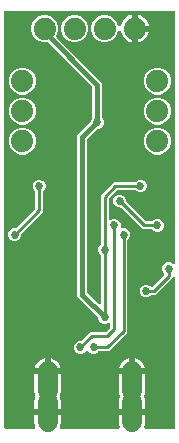
<source format=gbl>
G04 EAGLE Gerber RS-274X export*
G75*
%MOMM*%
%FSLAX34Y34*%
%LPD*%
%INBottom Copper*%
%IPPOS*%
%AMOC8*
5,1,8,0,0,1.08239X$1,22.5*%
G01*
%ADD10C,1.714500*%
%ADD11C,1.879600*%
%ADD12C,0.685800*%
%ADD13C,0.254000*%
%ADD14C,0.406400*%

G36*
X29026Y3832D02*
X29026Y3832D01*
X29174Y3850D01*
X29174Y3851D01*
X29175Y3851D01*
X29332Y3913D01*
X29470Y3967D01*
X29470Y3968D01*
X29589Y4054D01*
X29727Y4154D01*
X29728Y4154D01*
X29822Y4268D01*
X29930Y4399D01*
X29931Y4399D01*
X29984Y4512D01*
X30066Y4686D01*
X30066Y4687D01*
X30090Y4810D01*
X30126Y4999D01*
X30118Y5120D01*
X30106Y5316D01*
X30106Y5317D01*
X30106Y5318D01*
X30066Y5472D01*
X29610Y6875D01*
X29337Y8603D01*
X29337Y15511D01*
X39180Y15511D01*
X39298Y15526D01*
X39417Y15533D01*
X39455Y15546D01*
X39495Y15551D01*
X39606Y15594D01*
X39719Y15631D01*
X39753Y15653D01*
X39791Y15668D01*
X39887Y15738D01*
X39988Y15801D01*
X40016Y15831D01*
X40048Y15854D01*
X40124Y15946D01*
X40206Y16033D01*
X40225Y16068D01*
X40251Y16099D01*
X40302Y16207D01*
X40359Y16311D01*
X40370Y16351D01*
X40387Y16387D01*
X40409Y16504D01*
X40439Y16619D01*
X40443Y16680D01*
X40447Y16700D01*
X40445Y16720D01*
X40449Y16780D01*
X40449Y18051D01*
X40451Y18051D01*
X40451Y16780D01*
X40466Y16662D01*
X40473Y16543D01*
X40486Y16505D01*
X40491Y16464D01*
X40535Y16354D01*
X40571Y16241D01*
X40593Y16206D01*
X40608Y16169D01*
X40678Y16073D01*
X40741Y15972D01*
X40771Y15944D01*
X40795Y15911D01*
X40886Y15836D01*
X40973Y15754D01*
X41008Y15734D01*
X41040Y15709D01*
X41147Y15658D01*
X41252Y15600D01*
X41291Y15590D01*
X41327Y15573D01*
X41444Y15551D01*
X41559Y15521D01*
X41620Y15517D01*
X41640Y15513D01*
X41660Y15515D01*
X41720Y15511D01*
X51563Y15511D01*
X51563Y8603D01*
X51290Y6875D01*
X50834Y5472D01*
X50797Y5281D01*
X50774Y5160D01*
X50785Y4985D01*
X50794Y4843D01*
X50794Y4842D01*
X50846Y4683D01*
X50892Y4541D01*
X50892Y4540D01*
X50981Y4399D01*
X51062Y4272D01*
X51063Y4271D01*
X51159Y4181D01*
X51294Y4054D01*
X51424Y3982D01*
X51572Y3900D01*
X51573Y3900D01*
X51739Y3857D01*
X51880Y3821D01*
X51881Y3821D01*
X51882Y3821D01*
X52041Y3811D01*
X100359Y3811D01*
X100526Y3832D01*
X100674Y3850D01*
X100674Y3851D01*
X100675Y3851D01*
X100832Y3913D01*
X100970Y3967D01*
X100970Y3968D01*
X101089Y4054D01*
X101227Y4154D01*
X101228Y4154D01*
X101322Y4268D01*
X101430Y4399D01*
X101431Y4399D01*
X101484Y4512D01*
X101566Y4686D01*
X101566Y4687D01*
X101590Y4810D01*
X101626Y4999D01*
X101618Y5120D01*
X101606Y5316D01*
X101606Y5317D01*
X101606Y5318D01*
X101566Y5472D01*
X101110Y6875D01*
X100837Y8603D01*
X100837Y15511D01*
X110680Y15511D01*
X110798Y15526D01*
X110917Y15533D01*
X110955Y15546D01*
X110995Y15551D01*
X111106Y15594D01*
X111219Y15631D01*
X111253Y15653D01*
X111291Y15668D01*
X111387Y15738D01*
X111488Y15801D01*
X111516Y15831D01*
X111548Y15854D01*
X111624Y15946D01*
X111706Y16033D01*
X111725Y16068D01*
X111751Y16099D01*
X111802Y16207D01*
X111859Y16311D01*
X111870Y16351D01*
X111887Y16387D01*
X111909Y16504D01*
X111939Y16619D01*
X111943Y16680D01*
X111947Y16700D01*
X111945Y16720D01*
X111949Y16780D01*
X111949Y18051D01*
X111951Y18051D01*
X111951Y16780D01*
X111966Y16662D01*
X111973Y16543D01*
X111986Y16505D01*
X111991Y16464D01*
X112035Y16354D01*
X112071Y16241D01*
X112093Y16206D01*
X112108Y16169D01*
X112178Y16073D01*
X112241Y15972D01*
X112271Y15944D01*
X112295Y15911D01*
X112386Y15836D01*
X112473Y15754D01*
X112508Y15734D01*
X112540Y15709D01*
X112647Y15658D01*
X112752Y15600D01*
X112791Y15590D01*
X112827Y15573D01*
X112944Y15551D01*
X113059Y15521D01*
X113120Y15517D01*
X113140Y15513D01*
X113160Y15515D01*
X113220Y15511D01*
X123063Y15511D01*
X123063Y8603D01*
X122790Y6875D01*
X122334Y5472D01*
X122297Y5281D01*
X122274Y5160D01*
X122285Y4985D01*
X122294Y4843D01*
X122294Y4842D01*
X122346Y4683D01*
X122392Y4541D01*
X122392Y4540D01*
X122481Y4399D01*
X122562Y4272D01*
X122563Y4271D01*
X122659Y4181D01*
X122794Y4054D01*
X122924Y3982D01*
X123072Y3900D01*
X123073Y3900D01*
X123239Y3857D01*
X123380Y3821D01*
X123381Y3821D01*
X123382Y3821D01*
X123541Y3811D01*
X147320Y3811D01*
X147438Y3826D01*
X147557Y3833D01*
X147595Y3846D01*
X147636Y3851D01*
X147746Y3894D01*
X147859Y3931D01*
X147894Y3953D01*
X147931Y3968D01*
X148027Y4037D01*
X148128Y4101D01*
X148156Y4131D01*
X148189Y4154D01*
X148265Y4246D01*
X148346Y4333D01*
X148366Y4368D01*
X148391Y4399D01*
X148442Y4507D01*
X148500Y4611D01*
X148510Y4651D01*
X148527Y4687D01*
X148549Y4804D01*
X148579Y4919D01*
X148583Y4979D01*
X148587Y4999D01*
X148585Y5020D01*
X148589Y5080D01*
X148589Y131329D01*
X148572Y131467D01*
X148559Y131606D01*
X148552Y131625D01*
X148549Y131645D01*
X148498Y131774D01*
X148451Y131905D01*
X148440Y131922D01*
X148432Y131940D01*
X148351Y132053D01*
X148273Y132168D01*
X148257Y132181D01*
X148246Y132198D01*
X148138Y132287D01*
X148034Y132379D01*
X148016Y132388D01*
X148001Y132401D01*
X147875Y132460D01*
X147751Y132523D01*
X147731Y132528D01*
X147713Y132536D01*
X147577Y132562D01*
X147441Y132593D01*
X147420Y132592D01*
X147401Y132596D01*
X147262Y132587D01*
X147123Y132583D01*
X147103Y132577D01*
X147083Y132576D01*
X146951Y132533D01*
X146817Y132495D01*
X146800Y132484D01*
X146781Y132478D01*
X146663Y132404D01*
X146543Y132333D01*
X146522Y132315D01*
X146512Y132308D01*
X146498Y132293D01*
X146423Y132227D01*
X143871Y129676D01*
X131543Y117347D01*
X128772Y117347D01*
X128674Y117335D01*
X128575Y117332D01*
X128517Y117315D01*
X128457Y117307D01*
X128364Y117271D01*
X128269Y117243D01*
X128217Y117213D01*
X128161Y117190D01*
X128081Y117132D01*
X127995Y117082D01*
X127920Y117016D01*
X127904Y117004D01*
X127896Y116994D01*
X127875Y116976D01*
X126919Y116020D01*
X124911Y115188D01*
X122739Y115188D01*
X120731Y116020D01*
X119195Y117556D01*
X118363Y119564D01*
X118363Y121736D01*
X119195Y123744D01*
X120731Y125280D01*
X122739Y126112D01*
X124911Y126112D01*
X126919Y125280D01*
X127629Y124570D01*
X127723Y124497D01*
X127812Y124418D01*
X127848Y124400D01*
X127880Y124375D01*
X127990Y124328D01*
X128096Y124274D01*
X128135Y124265D01*
X128172Y124249D01*
X128290Y124230D01*
X128406Y124204D01*
X128446Y124205D01*
X128486Y124199D01*
X128605Y124210D01*
X128724Y124214D01*
X128763Y124225D01*
X128803Y124229D01*
X128915Y124269D01*
X129029Y124302D01*
X129064Y124322D01*
X129102Y124336D01*
X129201Y124403D01*
X129303Y124463D01*
X129349Y124503D01*
X129365Y124515D01*
X129379Y124530D01*
X129424Y124570D01*
X138955Y134101D01*
X139028Y134195D01*
X139107Y134284D01*
X139125Y134320D01*
X139150Y134352D01*
X139197Y134462D01*
X139251Y134567D01*
X139260Y134607D01*
X139276Y134644D01*
X139295Y134762D01*
X139321Y134878D01*
X139320Y134918D01*
X139326Y134958D01*
X139315Y135077D01*
X139311Y135196D01*
X139300Y135234D01*
X139296Y135275D01*
X139256Y135387D01*
X139223Y135501D01*
X139203Y135536D01*
X139189Y135574D01*
X139122Y135672D01*
X139061Y135775D01*
X139022Y135820D01*
X139010Y135837D01*
X138995Y135851D01*
X138955Y135896D01*
X138245Y136606D01*
X137413Y138614D01*
X137413Y140786D01*
X138245Y142794D01*
X139781Y144330D01*
X141789Y145162D01*
X143961Y145162D01*
X145969Y144330D01*
X146422Y143877D01*
X146532Y143791D01*
X146639Y143703D01*
X146658Y143694D01*
X146674Y143682D01*
X146802Y143626D01*
X146927Y143567D01*
X146947Y143563D01*
X146966Y143555D01*
X147104Y143533D01*
X147240Y143507D01*
X147260Y143509D01*
X147280Y143505D01*
X147419Y143518D01*
X147557Y143527D01*
X147576Y143533D01*
X147596Y143535D01*
X147727Y143582D01*
X147859Y143625D01*
X147877Y143636D01*
X147896Y143643D01*
X148010Y143721D01*
X148128Y143795D01*
X148142Y143810D01*
X148159Y143821D01*
X148251Y143925D01*
X148346Y144027D01*
X148356Y144045D01*
X148369Y144060D01*
X148432Y144184D01*
X148500Y144305D01*
X148505Y144325D01*
X148514Y144343D01*
X148544Y144479D01*
X148579Y144613D01*
X148581Y144641D01*
X148584Y144653D01*
X148583Y144674D01*
X148589Y144774D01*
X148589Y356870D01*
X148574Y356988D01*
X148567Y357107D01*
X148554Y357145D01*
X148549Y357186D01*
X148506Y357296D01*
X148469Y357409D01*
X148447Y357444D01*
X148432Y357481D01*
X148363Y357577D01*
X148299Y357678D01*
X148269Y357706D01*
X148246Y357739D01*
X148154Y357815D01*
X148067Y357896D01*
X148032Y357916D01*
X148001Y357941D01*
X147893Y357992D01*
X147789Y358050D01*
X147749Y358060D01*
X147713Y358077D01*
X147596Y358099D01*
X147481Y358129D01*
X147421Y358133D01*
X147401Y358137D01*
X147380Y358135D01*
X147320Y358139D01*
X5080Y358139D01*
X4962Y358124D01*
X4843Y358117D01*
X4805Y358104D01*
X4764Y358099D01*
X4654Y358056D01*
X4541Y358019D01*
X4506Y357997D01*
X4469Y357982D01*
X4373Y357913D01*
X4272Y357849D01*
X4244Y357819D01*
X4211Y357796D01*
X4135Y357704D01*
X4054Y357617D01*
X4034Y357582D01*
X4009Y357551D01*
X3958Y357443D01*
X3900Y357339D01*
X3890Y357299D01*
X3873Y357263D01*
X3851Y357146D01*
X3821Y357031D01*
X3817Y356971D01*
X3813Y356951D01*
X3815Y356930D01*
X3811Y356870D01*
X3811Y5080D01*
X3826Y4962D01*
X3833Y4843D01*
X3846Y4805D01*
X3851Y4764D01*
X3894Y4654D01*
X3931Y4541D01*
X3953Y4506D01*
X3968Y4469D01*
X4037Y4373D01*
X4101Y4272D01*
X4131Y4244D01*
X4154Y4211D01*
X4246Y4135D01*
X4333Y4054D01*
X4368Y4034D01*
X4399Y4009D01*
X4507Y3958D01*
X4611Y3900D01*
X4651Y3890D01*
X4687Y3873D01*
X4804Y3851D01*
X4919Y3821D01*
X4979Y3817D01*
X4999Y3813D01*
X5020Y3815D01*
X5080Y3811D01*
X28859Y3811D01*
X29026Y3832D01*
G37*
%LPC*%
G36*
X67176Y67563D02*
X67176Y67563D01*
X65169Y68395D01*
X63632Y69931D01*
X62801Y71939D01*
X62801Y74111D01*
X63632Y76119D01*
X65169Y77655D01*
X67176Y78487D01*
X68528Y78487D01*
X68626Y78499D01*
X68725Y78502D01*
X68783Y78519D01*
X68843Y78527D01*
X68935Y78563D01*
X69030Y78591D01*
X69083Y78621D01*
X69139Y78644D01*
X69219Y78702D01*
X69304Y78752D01*
X69380Y78818D01*
X69396Y78830D01*
X69404Y78840D01*
X69425Y78858D01*
X76419Y85853D01*
X89220Y85853D01*
X89318Y85865D01*
X89417Y85868D01*
X89475Y85885D01*
X89535Y85893D01*
X89628Y85929D01*
X89723Y85957D01*
X89775Y85987D01*
X89831Y86010D01*
X89911Y86068D01*
X89997Y86118D01*
X90072Y86184D01*
X90088Y86196D01*
X90096Y86206D01*
X90117Y86224D01*
X93163Y89270D01*
X93224Y89348D01*
X93292Y89420D01*
X93321Y89473D01*
X93358Y89521D01*
X93397Y89612D01*
X93445Y89699D01*
X93460Y89758D01*
X93484Y89813D01*
X93500Y89911D01*
X93525Y90007D01*
X93531Y90107D01*
X93534Y90127D01*
X93533Y90140D01*
X93535Y90168D01*
X93535Y92533D01*
X93529Y92583D01*
X93531Y92632D01*
X93509Y92740D01*
X93495Y92849D01*
X93477Y92895D01*
X93467Y92944D01*
X93418Y93043D01*
X93378Y93145D01*
X93349Y93185D01*
X93327Y93230D01*
X93256Y93313D01*
X93191Y93402D01*
X93153Y93434D01*
X93121Y93472D01*
X93031Y93535D01*
X92946Y93605D01*
X92901Y93626D01*
X92860Y93655D01*
X92758Y93694D01*
X92658Y93740D01*
X92610Y93750D01*
X92563Y93767D01*
X92454Y93780D01*
X92346Y93800D01*
X92297Y93797D01*
X92247Y93803D01*
X92138Y93787D01*
X92029Y93780D01*
X91981Y93765D01*
X91932Y93758D01*
X91780Y93706D01*
X89986Y92963D01*
X87814Y92963D01*
X85806Y93795D01*
X84270Y95331D01*
X83438Y97339D01*
X83438Y97613D01*
X83426Y97711D01*
X83423Y97810D01*
X83406Y97868D01*
X83398Y97928D01*
X83362Y98020D01*
X83334Y98115D01*
X83304Y98167D01*
X83281Y98224D01*
X83223Y98304D01*
X83173Y98389D01*
X83107Y98465D01*
X83095Y98481D01*
X83085Y98489D01*
X83067Y98510D01*
X65785Y115791D01*
X65785Y252509D01*
X76717Y263440D01*
X76777Y263518D01*
X76845Y263590D01*
X76874Y263643D01*
X76911Y263691D01*
X76951Y263782D01*
X76999Y263869D01*
X77014Y263927D01*
X77038Y263983D01*
X77053Y264081D01*
X77078Y264177D01*
X77084Y264277D01*
X77088Y264297D01*
X77086Y264309D01*
X77088Y264337D01*
X77088Y264611D01*
X77920Y266619D01*
X78114Y266813D01*
X78174Y266891D01*
X78242Y266963D01*
X78271Y267016D01*
X78308Y267064D01*
X78348Y267155D01*
X78396Y267241D01*
X78411Y267300D01*
X78435Y267356D01*
X78450Y267454D01*
X78475Y267549D01*
X78481Y267649D01*
X78485Y267670D01*
X78483Y267682D01*
X78485Y267710D01*
X78485Y292875D01*
X78473Y292973D01*
X78470Y293072D01*
X78453Y293131D01*
X78445Y293191D01*
X78409Y293283D01*
X78381Y293378D01*
X78351Y293430D01*
X78328Y293486D01*
X78270Y293566D01*
X78220Y293652D01*
X78154Y293727D01*
X78142Y293744D01*
X78132Y293751D01*
X78114Y293773D01*
X40789Y331098D01*
X40710Y331158D01*
X40638Y331226D01*
X40585Y331255D01*
X40537Y331292D01*
X40446Y331332D01*
X40360Y331380D01*
X40301Y331395D01*
X40245Y331419D01*
X40147Y331434D01*
X40052Y331459D01*
X39952Y331465D01*
X39931Y331469D01*
X39919Y331467D01*
X39891Y331469D01*
X35826Y331469D01*
X31625Y333209D01*
X28409Y336425D01*
X26669Y340626D01*
X26669Y345174D01*
X28409Y349375D01*
X31625Y352591D01*
X35826Y354331D01*
X40374Y354331D01*
X44575Y352591D01*
X47791Y349375D01*
X49531Y345174D01*
X49531Y340626D01*
X47871Y336620D01*
X47863Y336591D01*
X47850Y336565D01*
X47821Y336438D01*
X47787Y336313D01*
X47787Y336284D01*
X47780Y336255D01*
X47784Y336125D01*
X47782Y335995D01*
X47789Y335966D01*
X47790Y335937D01*
X47826Y335812D01*
X47856Y335686D01*
X47870Y335660D01*
X47878Y335631D01*
X47944Y335520D01*
X48005Y335405D01*
X48025Y335383D01*
X48040Y335357D01*
X48146Y335237D01*
X83862Y299521D01*
X86615Y296768D01*
X86615Y267710D01*
X86627Y267612D01*
X86630Y267513D01*
X86647Y267455D01*
X86655Y267395D01*
X86691Y267302D01*
X86719Y267207D01*
X86749Y267155D01*
X86772Y267099D01*
X86830Y267019D01*
X86880Y266933D01*
X86946Y266858D01*
X86958Y266842D01*
X86968Y266834D01*
X86986Y266813D01*
X87180Y266619D01*
X88012Y264611D01*
X88012Y262439D01*
X87180Y260431D01*
X85644Y258895D01*
X83636Y258063D01*
X83362Y258063D01*
X83264Y258051D01*
X83165Y258048D01*
X83107Y258031D01*
X83047Y258023D01*
X82955Y257987D01*
X82860Y257959D01*
X82808Y257929D01*
X82751Y257906D01*
X82671Y257848D01*
X82586Y257798D01*
X82510Y257732D01*
X82494Y257720D01*
X82486Y257710D01*
X82465Y257692D01*
X74286Y249513D01*
X74226Y249435D01*
X74158Y249363D01*
X74129Y249310D01*
X74092Y249262D01*
X74052Y249171D01*
X74004Y249084D01*
X73989Y249026D01*
X73965Y248970D01*
X73950Y248872D01*
X73925Y248776D01*
X73919Y248676D01*
X73915Y248656D01*
X73917Y248644D01*
X73915Y248616D01*
X73915Y119684D01*
X73927Y119586D01*
X73930Y119487D01*
X73947Y119429D01*
X73955Y119369D01*
X73991Y119277D01*
X74019Y119182D01*
X74049Y119130D01*
X74072Y119073D01*
X74130Y118993D01*
X74180Y118908D01*
X74246Y118832D01*
X74258Y118816D01*
X74268Y118808D01*
X74286Y118787D01*
X83431Y109643D01*
X83540Y109558D01*
X83647Y109469D01*
X83666Y109460D01*
X83682Y109448D01*
X83810Y109392D01*
X83935Y109333D01*
X83955Y109330D01*
X83974Y109322D01*
X84112Y109300D01*
X84248Y109274D01*
X84268Y109275D01*
X84288Y109272D01*
X84427Y109285D01*
X84565Y109293D01*
X84584Y109300D01*
X84604Y109302D01*
X84736Y109349D01*
X84867Y109391D01*
X84885Y109402D01*
X84904Y109409D01*
X85019Y109487D01*
X85136Y109562D01*
X85150Y109576D01*
X85167Y109588D01*
X85259Y109692D01*
X85354Y109793D01*
X85364Y109811D01*
X85377Y109826D01*
X85441Y109950D01*
X85508Y110072D01*
X85513Y110091D01*
X85522Y110109D01*
X85552Y110245D01*
X85587Y110380D01*
X85589Y110408D01*
X85592Y110420D01*
X85591Y110440D01*
X85597Y110540D01*
X85597Y150628D01*
X85585Y150726D01*
X85582Y150825D01*
X85565Y150883D01*
X85557Y150943D01*
X85521Y151036D01*
X85493Y151131D01*
X85463Y151183D01*
X85440Y151239D01*
X85382Y151319D01*
X85332Y151405D01*
X85266Y151480D01*
X85254Y151496D01*
X85244Y151504D01*
X85226Y151525D01*
X84270Y152481D01*
X83438Y154489D01*
X83438Y156661D01*
X84270Y158669D01*
X85226Y159625D01*
X85286Y159703D01*
X85354Y159775D01*
X85383Y159828D01*
X85420Y159876D01*
X85460Y159967D01*
X85508Y160053D01*
X85523Y160112D01*
X85547Y160168D01*
X85562Y160266D01*
X85587Y160361D01*
X85593Y160461D01*
X85597Y160482D01*
X85595Y160494D01*
X85597Y160522D01*
X85597Y201938D01*
X96512Y212853D01*
X114115Y212853D01*
X114214Y212865D01*
X114313Y212868D01*
X114371Y212885D01*
X114431Y212893D01*
X114523Y212929D01*
X114618Y212957D01*
X114670Y212987D01*
X114727Y213010D01*
X114807Y213068D01*
X114892Y213118D01*
X114967Y213184D01*
X114984Y213196D01*
X114992Y213206D01*
X115013Y213225D01*
X115969Y214180D01*
X117976Y215012D01*
X120149Y215012D01*
X122156Y214180D01*
X123693Y212644D01*
X124524Y210636D01*
X124524Y208464D01*
X123693Y206456D01*
X122156Y204920D01*
X120149Y204088D01*
X117976Y204088D01*
X115969Y204920D01*
X115013Y205875D01*
X114935Y205936D01*
X114863Y206004D01*
X114809Y206033D01*
X114762Y206070D01*
X114671Y206110D01*
X114584Y206158D01*
X114525Y206173D01*
X114470Y206197D01*
X114372Y206212D01*
X114276Y206237D01*
X114176Y206243D01*
X114156Y206247D01*
X114143Y206245D01*
X114115Y206247D01*
X99774Y206247D01*
X99676Y206235D01*
X99577Y206232D01*
X99519Y206215D01*
X99459Y206207D01*
X99366Y206171D01*
X99271Y206143D01*
X99219Y206113D01*
X99163Y206090D01*
X99083Y206032D01*
X98997Y205982D01*
X98922Y205916D01*
X98905Y205904D01*
X98898Y205894D01*
X98877Y205876D01*
X92574Y199573D01*
X92514Y199495D01*
X92446Y199423D01*
X92417Y199370D01*
X92380Y199322D01*
X92340Y199231D01*
X92292Y199145D01*
X92277Y199086D01*
X92253Y199030D01*
X92238Y198932D01*
X92213Y198837D01*
X92207Y198737D01*
X92203Y198716D01*
X92205Y198704D01*
X92203Y198676D01*
X92203Y182104D01*
X92209Y182055D01*
X92207Y182005D01*
X92229Y181898D01*
X92243Y181788D01*
X92261Y181742D01*
X92271Y181694D01*
X92319Y181595D01*
X92360Y181493D01*
X92389Y181453D01*
X92411Y181408D01*
X92482Y181324D01*
X92546Y181235D01*
X92585Y181204D01*
X92617Y181166D01*
X92707Y181103D01*
X92791Y181033D01*
X92836Y181011D01*
X92877Y180983D01*
X92980Y180944D01*
X93079Y180897D01*
X93128Y180888D01*
X93174Y180870D01*
X93284Y180858D01*
X93391Y180837D01*
X93441Y180840D01*
X93490Y180835D01*
X93599Y180850D01*
X93709Y180857D01*
X93756Y180872D01*
X93805Y180879D01*
X93958Y180931D01*
X95751Y181674D01*
X97924Y181674D01*
X99931Y180843D01*
X101468Y179306D01*
X102299Y177299D01*
X102299Y175006D01*
X102314Y174888D01*
X102322Y174769D01*
X102334Y174731D01*
X102339Y174690D01*
X102383Y174580D01*
X102420Y174467D01*
X102441Y174432D01*
X102456Y174395D01*
X102526Y174299D01*
X102590Y174198D01*
X102619Y174170D01*
X102643Y174137D01*
X102735Y174061D01*
X102821Y173980D01*
X102857Y173960D01*
X102888Y173935D01*
X102996Y173884D01*
X103100Y173826D01*
X103139Y173816D01*
X103176Y173799D01*
X103292Y173777D01*
X103408Y173747D01*
X103468Y173743D01*
X103488Y173739D01*
X103508Y173741D01*
X103568Y173737D01*
X105861Y173737D01*
X107869Y172905D01*
X109405Y171369D01*
X110237Y169361D01*
X110237Y167189D01*
X109405Y165181D01*
X108449Y164225D01*
X108389Y164147D01*
X108321Y164075D01*
X108292Y164022D01*
X108255Y163974D01*
X108215Y163883D01*
X108167Y163797D01*
X108152Y163738D01*
X108128Y163682D01*
X108113Y163584D01*
X108088Y163489D01*
X108082Y163389D01*
X108078Y163368D01*
X108080Y163356D01*
X108078Y163328D01*
X108078Y85313D01*
X92487Y69722D01*
X84322Y69722D01*
X84224Y69710D01*
X84125Y69707D01*
X84067Y69690D01*
X84007Y69682D01*
X83914Y69646D01*
X83819Y69618D01*
X83767Y69588D01*
X83711Y69565D01*
X83631Y69507D01*
X83545Y69457D01*
X83470Y69391D01*
X83454Y69379D01*
X83446Y69369D01*
X83425Y69351D01*
X82469Y68395D01*
X80461Y67563D01*
X78289Y67563D01*
X76281Y68395D01*
X74716Y69960D01*
X74622Y70033D01*
X74533Y70111D01*
X74497Y70130D01*
X74465Y70155D01*
X74356Y70202D01*
X74250Y70256D01*
X74210Y70265D01*
X74173Y70281D01*
X74055Y70300D01*
X73939Y70326D01*
X73899Y70324D01*
X73859Y70331D01*
X73740Y70320D01*
X73622Y70316D01*
X73583Y70305D01*
X73542Y70301D01*
X73430Y70261D01*
X73316Y70228D01*
X73281Y70207D01*
X73243Y70193D01*
X73145Y70127D01*
X73042Y70066D01*
X72997Y70026D01*
X72980Y70015D01*
X72967Y70000D01*
X72921Y69960D01*
X71356Y68395D01*
X69349Y67563D01*
X67176Y67563D01*
G37*
%LPD*%
%LPC*%
G36*
X111504Y331255D02*
X111504Y331255D01*
X109717Y331836D01*
X108043Y332689D01*
X106522Y333794D01*
X105194Y335122D01*
X104089Y336643D01*
X103236Y338317D01*
X102646Y340134D01*
X102620Y340220D01*
X102590Y340346D01*
X102576Y340373D01*
X102568Y340402D01*
X102502Y340513D01*
X102442Y340627D01*
X102421Y340650D01*
X102406Y340676D01*
X102315Y340767D01*
X102228Y340863D01*
X102203Y340879D01*
X102181Y340901D01*
X102070Y340966D01*
X101962Y341037D01*
X101933Y341047D01*
X101908Y341063D01*
X101784Y341099D01*
X101661Y341141D01*
X101631Y341143D01*
X101602Y341151D01*
X101473Y341156D01*
X101344Y341166D01*
X101314Y341161D01*
X101284Y341162D01*
X101158Y341134D01*
X101031Y341111D01*
X101003Y341099D01*
X100974Y341092D01*
X100859Y341034D01*
X100741Y340981D01*
X100717Y340962D01*
X100690Y340948D01*
X100593Y340863D01*
X100492Y340782D01*
X100474Y340758D01*
X100452Y340738D01*
X100379Y340631D01*
X100301Y340528D01*
X100282Y340489D01*
X100273Y340475D01*
X100265Y340455D01*
X100230Y340384D01*
X98591Y336425D01*
X95375Y333209D01*
X91174Y331469D01*
X86626Y331469D01*
X82425Y333209D01*
X79209Y336425D01*
X77469Y340626D01*
X77469Y345174D01*
X79209Y349375D01*
X82425Y352591D01*
X86626Y354331D01*
X91174Y354331D01*
X95375Y352591D01*
X98591Y349375D01*
X100230Y345416D01*
X100294Y345304D01*
X100353Y345189D01*
X100373Y345166D01*
X100388Y345140D01*
X100478Y345047D01*
X100563Y344950D01*
X100588Y344933D01*
X100609Y344912D01*
X100719Y344844D01*
X100826Y344771D01*
X100854Y344761D01*
X100880Y344745D01*
X101004Y344707D01*
X101125Y344664D01*
X101155Y344661D01*
X101184Y344652D01*
X101313Y344646D01*
X101442Y344633D01*
X101472Y344638D01*
X101502Y344637D01*
X101628Y344663D01*
X101756Y344683D01*
X101784Y344695D01*
X101813Y344701D01*
X101929Y344758D01*
X102048Y344809D01*
X102072Y344827D01*
X102099Y344841D01*
X102197Y344925D01*
X102299Y345004D01*
X102318Y345027D01*
X102341Y345047D01*
X102415Y345153D01*
X102495Y345255D01*
X102507Y345282D01*
X102524Y345307D01*
X102570Y345428D01*
X102621Y345547D01*
X102631Y345589D01*
X102637Y345604D01*
X102639Y345626D01*
X102654Y345691D01*
X103236Y347483D01*
X104089Y349157D01*
X105194Y350678D01*
X106522Y352006D01*
X108043Y353111D01*
X109717Y353964D01*
X111504Y354545D01*
X111761Y354585D01*
X111761Y344170D01*
X111776Y344052D01*
X111783Y343933D01*
X111796Y343895D01*
X111801Y343855D01*
X111844Y343744D01*
X111881Y343631D01*
X111903Y343597D01*
X111918Y343559D01*
X111988Y343463D01*
X112051Y343362D01*
X112081Y343334D01*
X112104Y343302D01*
X112196Y343226D01*
X112283Y343144D01*
X112318Y343125D01*
X112349Y343099D01*
X112457Y343048D01*
X112561Y342991D01*
X112601Y342980D01*
X112637Y342963D01*
X112754Y342941D01*
X112869Y342911D01*
X112930Y342907D01*
X112950Y342903D01*
X112970Y342905D01*
X113030Y342901D01*
X114301Y342901D01*
X114301Y342899D01*
X113030Y342899D01*
X112912Y342884D01*
X112793Y342877D01*
X112755Y342864D01*
X112714Y342859D01*
X112604Y342815D01*
X112491Y342779D01*
X112456Y342757D01*
X112419Y342742D01*
X112323Y342672D01*
X112222Y342609D01*
X112194Y342579D01*
X112161Y342555D01*
X112086Y342464D01*
X112004Y342377D01*
X111984Y342342D01*
X111959Y342310D01*
X111908Y342203D01*
X111850Y342098D01*
X111840Y342059D01*
X111823Y342023D01*
X111801Y341906D01*
X111771Y341791D01*
X111767Y341730D01*
X111763Y341710D01*
X111765Y341690D01*
X111761Y341630D01*
X111761Y331215D01*
X111504Y331255D01*
G37*
%LPD*%
%LPC*%
G36*
X11614Y162813D02*
X11614Y162813D01*
X9606Y163645D01*
X8070Y165181D01*
X7238Y167189D01*
X7238Y169361D01*
X8070Y171369D01*
X9606Y172905D01*
X11614Y173737D01*
X12965Y173737D01*
X13063Y173749D01*
X13162Y173752D01*
X13221Y173769D01*
X13281Y173777D01*
X13373Y173813D01*
X13468Y173841D01*
X13520Y173871D01*
X13576Y173894D01*
X13656Y173952D01*
X13742Y174002D01*
X13817Y174068D01*
X13834Y174080D01*
X13842Y174090D01*
X13863Y174108D01*
X29663Y189909D01*
X29724Y189987D01*
X29792Y190059D01*
X29821Y190112D01*
X29858Y190160D01*
X29897Y190251D01*
X29945Y190338D01*
X29960Y190396D01*
X29984Y190452D01*
X30000Y190550D01*
X30025Y190646D01*
X30031Y190746D01*
X30034Y190766D01*
X30033Y190778D01*
X30035Y190806D01*
X30035Y204603D01*
X30022Y204701D01*
X30019Y204800D01*
X30003Y204858D01*
X29995Y204918D01*
X29959Y205010D01*
X29931Y205106D01*
X29900Y205158D01*
X29878Y205214D01*
X29820Y205294D01*
X29769Y205380D01*
X29703Y205455D01*
X29691Y205472D01*
X29682Y205479D01*
X29663Y205500D01*
X28707Y206456D01*
X27876Y208464D01*
X27876Y210636D01*
X28707Y212644D01*
X30244Y214180D01*
X32251Y215012D01*
X34424Y215012D01*
X36431Y214180D01*
X37968Y212644D01*
X38799Y210636D01*
X38799Y208464D01*
X37968Y206456D01*
X37012Y205500D01*
X36951Y205422D01*
X36883Y205350D01*
X36854Y205297D01*
X36817Y205249D01*
X36778Y205158D01*
X36730Y205072D01*
X36715Y205013D01*
X36691Y204957D01*
X36675Y204859D01*
X36650Y204764D01*
X36644Y204664D01*
X36641Y204643D01*
X36642Y204631D01*
X36640Y204603D01*
X36640Y187544D01*
X18533Y169438D01*
X18473Y169359D01*
X18405Y169287D01*
X18376Y169234D01*
X18339Y169186D01*
X18299Y169095D01*
X18251Y169009D01*
X18236Y168950D01*
X18212Y168895D01*
X18197Y168797D01*
X18172Y168701D01*
X18166Y168601D01*
X18162Y168580D01*
X18164Y168568D01*
X18162Y168540D01*
X18162Y167189D01*
X17330Y165181D01*
X15794Y163645D01*
X13786Y162813D01*
X11614Y162813D01*
G37*
%LPD*%
%LPC*%
G36*
X61226Y331469D02*
X61226Y331469D01*
X57025Y333209D01*
X53809Y336425D01*
X52069Y340626D01*
X52069Y345174D01*
X53809Y349375D01*
X57025Y352591D01*
X61226Y354331D01*
X65774Y354331D01*
X69975Y352591D01*
X73191Y349375D01*
X74931Y345174D01*
X74931Y340626D01*
X73191Y336425D01*
X69975Y333209D01*
X65774Y331469D01*
X61226Y331469D01*
G37*
%LPD*%
%LPC*%
G36*
X16776Y287019D02*
X16776Y287019D01*
X12575Y288759D01*
X9359Y291975D01*
X7619Y296176D01*
X7619Y300724D01*
X9359Y304925D01*
X12575Y308141D01*
X16776Y309881D01*
X21324Y309881D01*
X25525Y308141D01*
X28741Y304925D01*
X30481Y300724D01*
X30481Y296176D01*
X28741Y291975D01*
X25525Y288759D01*
X21324Y287019D01*
X16776Y287019D01*
G37*
%LPD*%
%LPC*%
G36*
X131076Y287019D02*
X131076Y287019D01*
X126875Y288759D01*
X123659Y291975D01*
X121919Y296176D01*
X121919Y300724D01*
X123659Y304925D01*
X126875Y308141D01*
X131076Y309881D01*
X135624Y309881D01*
X139825Y308141D01*
X143041Y304925D01*
X144781Y300724D01*
X144781Y296176D01*
X143041Y291975D01*
X139825Y288759D01*
X135624Y287019D01*
X131076Y287019D01*
G37*
%LPD*%
%LPC*%
G36*
X131076Y261619D02*
X131076Y261619D01*
X126875Y263359D01*
X123659Y266575D01*
X121919Y270776D01*
X121919Y275324D01*
X123659Y279525D01*
X126875Y282741D01*
X131076Y284481D01*
X135624Y284481D01*
X139825Y282741D01*
X143041Y279525D01*
X144781Y275324D01*
X144781Y270776D01*
X143041Y266575D01*
X139825Y263359D01*
X135624Y261619D01*
X131076Y261619D01*
G37*
%LPD*%
%LPC*%
G36*
X16776Y261619D02*
X16776Y261619D01*
X12575Y263359D01*
X9359Y266575D01*
X7619Y270776D01*
X7619Y275324D01*
X9359Y279525D01*
X12575Y282741D01*
X16776Y284481D01*
X21324Y284481D01*
X25525Y282741D01*
X28741Y279525D01*
X30481Y275324D01*
X30481Y270776D01*
X28741Y266575D01*
X25525Y263359D01*
X21324Y261619D01*
X16776Y261619D01*
G37*
%LPD*%
%LPC*%
G36*
X131076Y236219D02*
X131076Y236219D01*
X126875Y237959D01*
X123659Y241175D01*
X121919Y245376D01*
X121919Y249924D01*
X123659Y254125D01*
X126875Y257341D01*
X131076Y259081D01*
X135624Y259081D01*
X139825Y257341D01*
X143041Y254125D01*
X144781Y249924D01*
X144781Y245376D01*
X143041Y241175D01*
X139825Y237959D01*
X135624Y236219D01*
X131076Y236219D01*
G37*
%LPD*%
%LPC*%
G36*
X16776Y236219D02*
X16776Y236219D01*
X12575Y237959D01*
X9359Y241175D01*
X7619Y245376D01*
X7619Y249924D01*
X9359Y254125D01*
X12575Y257341D01*
X16776Y259081D01*
X21324Y259081D01*
X25525Y257341D01*
X28741Y254125D01*
X30481Y249924D01*
X30481Y245376D01*
X28741Y241175D01*
X25525Y237959D01*
X21324Y236219D01*
X16776Y236219D01*
G37*
%LPD*%
%LPC*%
G36*
X132264Y170751D02*
X132264Y170751D01*
X130256Y171582D01*
X129300Y172538D01*
X129222Y172599D01*
X129150Y172667D01*
X129097Y172696D01*
X129049Y172733D01*
X128958Y172772D01*
X128872Y172820D01*
X128813Y172835D01*
X128757Y172859D01*
X128659Y172875D01*
X128564Y172900D01*
X128464Y172906D01*
X128443Y172909D01*
X128431Y172908D01*
X128403Y172910D01*
X120869Y172910D01*
X102763Y191017D01*
X102684Y191077D01*
X102612Y191145D01*
X102559Y191174D01*
X102511Y191211D01*
X102420Y191251D01*
X102334Y191299D01*
X102275Y191314D01*
X102220Y191338D01*
X102122Y191353D01*
X102026Y191378D01*
X101926Y191384D01*
X101906Y191388D01*
X101893Y191386D01*
X101865Y191388D01*
X100514Y191388D01*
X98506Y192220D01*
X96970Y193756D01*
X96138Y195764D01*
X96138Y197936D01*
X96970Y199944D01*
X98506Y201480D01*
X100514Y202312D01*
X102686Y202312D01*
X104694Y201480D01*
X106230Y199944D01*
X107062Y197936D01*
X107062Y196585D01*
X107074Y196487D01*
X107077Y196388D01*
X107094Y196329D01*
X107102Y196269D01*
X107138Y196177D01*
X107166Y196082D01*
X107196Y196030D01*
X107219Y195974D01*
X107277Y195893D01*
X107327Y195808D01*
X107393Y195733D01*
X107405Y195716D01*
X107415Y195708D01*
X107433Y195687D01*
X123234Y179887D01*
X123312Y179826D01*
X123384Y179758D01*
X123437Y179729D01*
X123485Y179692D01*
X123576Y179653D01*
X123663Y179605D01*
X123721Y179590D01*
X123777Y179566D01*
X123875Y179550D01*
X123971Y179525D01*
X124071Y179519D01*
X124091Y179516D01*
X124103Y179517D01*
X124131Y179515D01*
X128403Y179515D01*
X128501Y179528D01*
X128600Y179531D01*
X128658Y179547D01*
X128718Y179555D01*
X128811Y179592D01*
X128906Y179619D01*
X128958Y179650D01*
X129014Y179672D01*
X129094Y179730D01*
X129180Y179781D01*
X129255Y179847D01*
X129271Y179859D01*
X129279Y179868D01*
X129300Y179887D01*
X130256Y180843D01*
X132264Y181674D01*
X134436Y181674D01*
X136444Y180843D01*
X137980Y179306D01*
X138812Y177299D01*
X138812Y175126D01*
X137980Y173119D01*
X136444Y171582D01*
X134436Y170751D01*
X132264Y170751D01*
G37*
%LPD*%
%LPC*%
G36*
X114489Y20589D02*
X114489Y20589D01*
X114489Y50511D01*
X123063Y50511D01*
X123063Y35030D01*
X122790Y33303D01*
X122255Y31656D01*
X122224Y31497D01*
X122195Y31345D01*
X122195Y31344D01*
X122205Y31182D01*
X122215Y31027D01*
X122215Y31026D01*
X122215Y31025D01*
X122255Y30872D01*
X122790Y29225D01*
X123063Y27497D01*
X123063Y20589D01*
X114489Y20589D01*
G37*
%LPD*%
%LPC*%
G36*
X42989Y20589D02*
X42989Y20589D01*
X42989Y50511D01*
X51563Y50511D01*
X51563Y35030D01*
X51290Y33303D01*
X50755Y31656D01*
X50724Y31497D01*
X50695Y31345D01*
X50695Y31344D01*
X50705Y31182D01*
X50715Y31027D01*
X50715Y31026D01*
X50715Y31025D01*
X50755Y30872D01*
X51290Y29225D01*
X51563Y27497D01*
X51563Y20589D01*
X42989Y20589D01*
G37*
%LPD*%
%LPC*%
G36*
X100837Y20589D02*
X100837Y20589D01*
X100837Y27497D01*
X101110Y29225D01*
X101645Y30872D01*
X101675Y31026D01*
X101705Y31183D01*
X101705Y31184D01*
X101695Y31341D01*
X101685Y31500D01*
X101685Y31501D01*
X101685Y31503D01*
X101645Y31656D01*
X101110Y33303D01*
X100837Y35030D01*
X100837Y50511D01*
X109411Y50511D01*
X109411Y20589D01*
X100837Y20589D01*
G37*
%LPD*%
%LPC*%
G36*
X29337Y20589D02*
X29337Y20589D01*
X29337Y27497D01*
X29610Y29225D01*
X30145Y30872D01*
X30175Y31026D01*
X30205Y31183D01*
X30205Y31184D01*
X30195Y31341D01*
X30185Y31500D01*
X30185Y31501D01*
X30185Y31503D01*
X30145Y31656D01*
X29610Y33303D01*
X29337Y35030D01*
X29337Y50511D01*
X37911Y50511D01*
X37911Y20589D01*
X29337Y20589D01*
G37*
%LPD*%
%LPC*%
G36*
X116839Y345439D02*
X116839Y345439D01*
X116839Y354585D01*
X117096Y354545D01*
X118883Y353964D01*
X120557Y353111D01*
X122078Y352006D01*
X123406Y350678D01*
X124511Y349157D01*
X125364Y347483D01*
X125945Y345696D01*
X125985Y345439D01*
X116839Y345439D01*
G37*
%LPD*%
%LPC*%
G36*
X116839Y340361D02*
X116839Y340361D01*
X125985Y340361D01*
X125945Y340104D01*
X125364Y338317D01*
X124511Y336643D01*
X123406Y335122D01*
X122078Y333794D01*
X120557Y332689D01*
X118883Y331836D01*
X117096Y331255D01*
X116839Y331215D01*
X116839Y340361D01*
G37*
%LPD*%
%LPC*%
G36*
X114489Y55589D02*
X114489Y55589D01*
X114489Y63900D01*
X114552Y63890D01*
X116216Y63349D01*
X117775Y62555D01*
X119190Y61527D01*
X120427Y60290D01*
X121455Y58875D01*
X122249Y57316D01*
X122790Y55652D01*
X122800Y55589D01*
X114489Y55589D01*
G37*
%LPD*%
%LPC*%
G36*
X42989Y55589D02*
X42989Y55589D01*
X42989Y63900D01*
X43052Y63890D01*
X44716Y63349D01*
X46275Y62555D01*
X47690Y61527D01*
X48927Y60290D01*
X49955Y58875D01*
X50749Y57316D01*
X51290Y55652D01*
X51300Y55589D01*
X42989Y55589D01*
G37*
%LPD*%
%LPC*%
G36*
X29600Y55589D02*
X29600Y55589D01*
X29610Y55652D01*
X30151Y57316D01*
X30945Y58875D01*
X31973Y60290D01*
X33210Y61527D01*
X34625Y62555D01*
X36184Y63349D01*
X37848Y63890D01*
X37911Y63900D01*
X37911Y55589D01*
X29600Y55589D01*
G37*
%LPD*%
%LPC*%
G36*
X101100Y55589D02*
X101100Y55589D01*
X101110Y55652D01*
X101651Y57316D01*
X102445Y58875D01*
X103473Y60290D01*
X104710Y61527D01*
X106125Y62555D01*
X107684Y63349D01*
X109348Y63890D01*
X109411Y63900D01*
X109411Y55589D01*
X101100Y55589D01*
G37*
%LPD*%
%LPC*%
G36*
X111949Y53049D02*
X111949Y53049D01*
X111949Y53051D01*
X111951Y53051D01*
X111951Y53049D01*
X111949Y53049D01*
G37*
%LPD*%
%LPC*%
G36*
X40449Y53049D02*
X40449Y53049D01*
X40449Y53051D01*
X40451Y53051D01*
X40451Y53049D01*
X40449Y53049D01*
G37*
%LPD*%
D10*
X40450Y9478D02*
X40450Y26623D01*
X111950Y26623D02*
X111950Y9478D01*
X40450Y35905D02*
X40450Y53050D01*
X111950Y53050D02*
X111950Y35905D01*
D11*
X38100Y342900D03*
X63500Y342900D03*
X88900Y342900D03*
X114300Y342900D03*
X19050Y247650D03*
X19050Y273050D03*
X19050Y298450D03*
X133350Y247650D03*
X133350Y273050D03*
X133350Y298450D03*
D12*
X127000Y46038D03*
X25400Y46038D03*
X95250Y266700D03*
X22225Y211138D03*
X38100Y122238D03*
X52388Y96838D03*
X25400Y134938D03*
X131763Y136525D03*
X52388Y173038D03*
X41275Y314325D03*
X88900Y98425D03*
X33338Y209550D03*
X12700Y168275D03*
X119063Y209550D03*
D13*
X88900Y200570D02*
X88900Y155575D01*
X88900Y200570D02*
X97880Y209550D01*
X119063Y209550D01*
D12*
X142875Y139700D03*
X123825Y120650D03*
D13*
X33338Y188913D02*
X12700Y168275D01*
X33338Y188913D02*
X33338Y209550D01*
X130175Y120650D02*
X142875Y133350D01*
X130175Y120650D02*
X123825Y120650D01*
X142875Y133350D02*
X142875Y139700D01*
D12*
X88900Y155575D03*
D13*
X88900Y98425D01*
D14*
X69850Y250825D02*
X82550Y263525D01*
D12*
X82550Y263525D03*
D14*
X82550Y295085D02*
X38100Y339535D01*
X82550Y295085D02*
X82550Y263525D01*
X69850Y250825D02*
X69850Y117475D01*
X38100Y339535D02*
X38100Y342900D01*
X69850Y117475D02*
X88900Y98425D01*
D12*
X79375Y73025D03*
X104775Y168275D03*
D13*
X104775Y86681D01*
X91119Y73025D01*
X79375Y73025D01*
D12*
X68263Y73025D03*
D13*
X77788Y82550D02*
X91114Y82550D01*
X96838Y88274D01*
X96838Y176213D01*
D12*
X96838Y176213D03*
D13*
X77788Y82550D02*
X68263Y73025D01*
D12*
X133350Y176213D03*
D13*
X122238Y176213D01*
X101600Y196850D01*
D12*
X101600Y196850D03*
M02*

</source>
